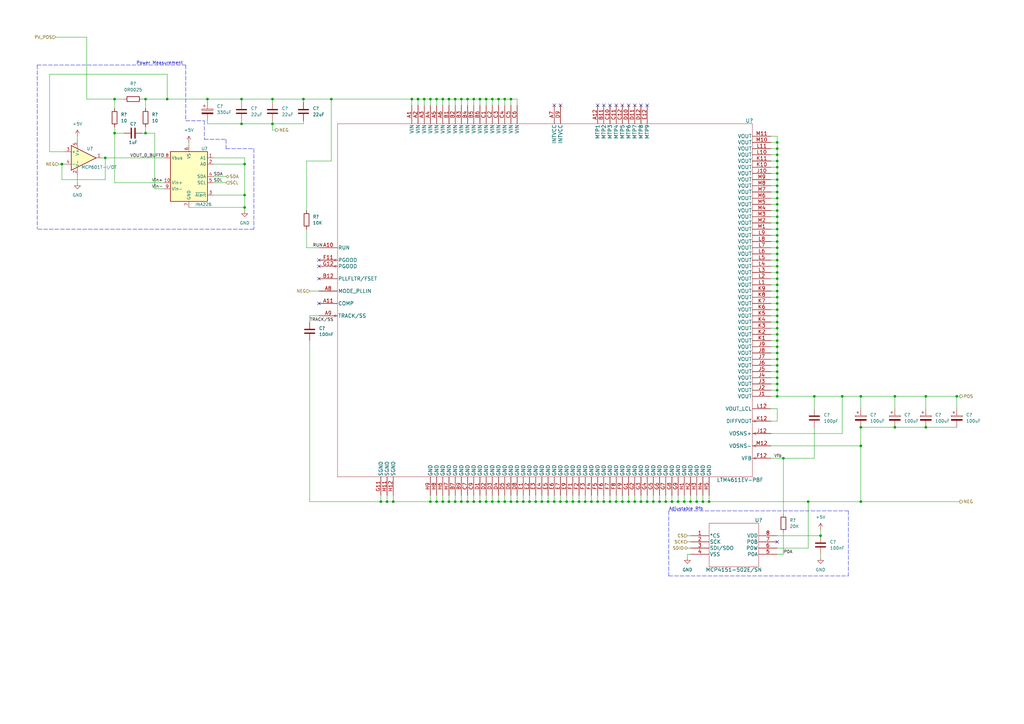
<source format=kicad_sch>
(kicad_sch (version 20211123) (generator eeschema)
  (paper "A3")
  (lib_symbols
    (symbol "Amplifier_Operational:MCP601-xOT" (pin_names (offset 0.127))
      (property "Reference" "U" (at -1.27 6.35 0))
      (property "Value" "MCP601-xOT" (at -1.27 3.81 0))
      (symbol "MCP601-xOT_0_1"
        (polyline (pts (xy -5.08 5.08) (xy 5.08 0) (xy -5.08 -5.08) (xy -5.08 5.08)) (stroke (width 0.254)) (fill (type background)))
        (pin power_in line (at -2.54 -7.62 90) (length 3.81) (name "V-") (number "2"))
        (pin power_in line (at -2.54 7.62 270) (length 3.81) (name "V+") (number "5"))
      )
      (symbol "MCP601-xOT_1_1"
        (pin output line (at 7.62 0 180) (length 2.54) (name "~") (number "1"))
        (pin input line (at -7.62 2.54 0) (length 2.54) (name "+") (number "3"))
        (pin input line (at -7.62 -2.54 0) (length 2.54) (name "-") (number "4"))
      )
    )
    (symbol "Analog_ADC:INA226"
      (property "Reference" "U" (at -6.35 11.43 0))
      (property "Value" "INA226" (at 3.81 11.43 0))
      (symbol "INA226_0_1"
        (rectangle (start 7.62 10.16) (end -7.62 -10.16) (stroke (width 0.254)) (fill (type background)))
      )
      (symbol "INA226_1_1"
        (pin input line (at 10.16 7.62 180) (length 2.54) (name "A1") (number "1"))
        (pin input line (at -10.16 -2.54 0) (length 2.54) (name "Vin+") (number "10"))
        (pin input line (at 10.16 5.08 180) (length 2.54) (name "A0") (number "2"))
        (pin open_collector line (at 10.16 -7.62 180) (length 2.54) (name "~{Alert}") (number "3"))
        (pin bidirectional line (at 10.16 0 180) (length 2.54) (name "SDA") (number "4"))
        (pin input line (at 10.16 -2.54 180) (length 2.54) (name "SCL") (number "5"))
        (pin power_in line (at 0 12.7 270) (length 2.54) (name "VS") (number "6"))
        (pin power_in line (at 0 -12.7 90) (length 2.54) (name "GND") (number "7"))
        (pin input line (at -10.16 7.62 0) (length 2.54) (name "Vbus") (number "8"))
        (pin input line (at -10.16 -5.08 0) (length 2.54) (name "Vin-") (number "9"))
      )
    )
    (symbol "Device:C" (pin_numbers hide) (pin_names (offset 0.254))
      (property "Reference" "C" (at 0.635 2.54 0))
      (property "Value" "C" (at 0.635 -2.54 0))
      (symbol "C_0_1"
        (polyline (pts (xy -2.032 -0.762) (xy 2.032 -0.762)) (stroke (width 0.508)))
        (polyline (pts (xy -2.032 0.762) (xy 2.032 0.762)) (stroke (width 0.508)))
      )
      (symbol "C_1_1"
        (pin passive line (at 0 3.81 270) (length 2.794) (name "~") (number "1"))
        (pin passive line (at 0 -3.81 90) (length 2.794) (name "~") (number "2"))
      )
    )
    (symbol "Device:C_Polarized" (pin_numbers hide) (pin_names (offset 0.254))
      (property "Reference" "C" (at 0.635 2.54 0))
      (property "Value" "C_Polarized" (at 0.635 -2.54 0))
      (symbol "C_Polarized_0_1"
        (rectangle (start -2.286 0.508) (end 2.286 1.016))
        (polyline (pts (xy -1.778 2.286) (xy -0.762 2.286)))
        (polyline (pts (xy -1.27 2.794) (xy -1.27 1.778)))
        (rectangle (start 2.286 -0.508) (end -2.286 -1.016) (fill (type outline)))
      )
      (symbol "C_Polarized_1_1"
        (pin passive line (at 0 3.81 270) (length 2.794) (name "~") (number "1"))
        (pin passive line (at 0 -3.81 90) (length 2.794) (name "~") (number "2"))
      )
    )
    (symbol "Device:R" (pin_numbers hide) (pin_names (offset 0))
      (property "Reference" "R" (at 2.032 0 90))
      (property "Value" "R" (at 0 0 90))
      (symbol "R_0_1"
        (rectangle (start -1.016 -2.54) (end 1.016 2.54) (stroke (width 0.254)))
      )
      (symbol "R_1_1"
        (pin passive line (at 0 3.81 270) (length 1.27) (name "~") (number "1"))
        (pin passive line (at 0 -3.81 90) (length 1.27) (name "~") (number "2"))
      )
    )
    (symbol "LTM4611EV:LTM4611EV-PBF" (pin_names (offset 0.254))
      (property "Reference" "U" (at 7.62 55.88 0))
      (property "Value" "LTM4611EV-PBF" (at 7.62 53.34 0))
      (symbol "LTM4611EV-PBF_1_1"
        (polyline (pts (xy 7.112 -28.448) (xy 6.0452 -27.94)) (stroke (width 0.127)))
        (polyline (pts (xy 7.112 -27.432) (xy 6.0452 -27.94)) (stroke (width 0.127)))
        (polyline (pts (xy 7.112 -8.128) (xy 6.0452 -7.62)) (stroke (width 0.127)))
        (polyline (pts (xy 7.112 -7.112) (xy 6.0452 -7.62)) (stroke (width 0.127)))
        (polyline (pts (xy 7.112 -5.588) (xy 6.0452 -5.08)) (stroke (width 0.127)))
        (polyline (pts (xy 7.112 -4.572) (xy 6.0452 -5.08)) (stroke (width 0.127)))
        (polyline (pts (xy 7.62 -93.98) (xy 177.8 -93.98)) (stroke (width 0.127)))
        (polyline (pts (xy 7.62 50.8) (xy 7.62 -93.98)) (stroke (width 0.127)))
        (polyline (pts (xy 177.8 -93.98) (xy 177.8 50.8)) (stroke (width 0.127)))
        (polyline (pts (xy 177.8 50.8) (xy 7.62 50.8)) (stroke (width 0.127)))
        (polyline (pts (xy 178.308 -86.36) (xy 179.3748 -86.868)) (stroke (width 0.127)))
        (polyline (pts (xy 178.308 -86.36) (xy 179.3748 -85.852)) (stroke (width 0.127)))
        (polyline (pts (xy 178.308 -81.28) (xy 179.3748 -81.788)) (stroke (width 0.127)))
        (polyline (pts (xy 178.308 -81.28) (xy 179.3748 -80.772)) (stroke (width 0.127)))
        (polyline (pts (xy 178.308 -76.2) (xy 179.3748 -76.708)) (stroke (width 0.127)))
        (polyline (pts (xy 178.308 -76.2) (xy 179.3748 -75.692)) (stroke (width 0.127)))
        (polyline (pts (xy 178.308 -71.628) (xy 179.3748 -71.12)) (stroke (width 0.127)))
        (polyline (pts (xy 178.308 -70.612) (xy 179.3748 -71.12)) (stroke (width 0.127)))
        (pin power_in line (at 38.1 58.42 270) (length 7.62) (name "VIN") (number "A1"))
        (pin unspecified line (at 0 0 0) (length 7.62) (name "RUN") (number "A10"))
        (pin unspecified line (at 0 -22.86 0) (length 7.62) (name "COMP") (number "A11"))
        (pin unspecified line (at 114.3 58.42 270) (length 7.62) (name "MTP1") (number "A12"))
        (pin power_in line (at 40.64 58.42 270) (length 7.62) (name "VIN") (number "A2"))
        (pin power_in line (at 43.18 58.42 270) (length 7.62) (name "VIN") (number "A3"))
        (pin power_in line (at 45.72 58.42 270) (length 7.62) (name "VIN") (number "A4"))
        (pin power_in line (at 48.26 58.42 270) (length 7.62) (name "VIN") (number "A5"))
        (pin power_in line (at 50.8 58.42 270) (length 7.62) (name "VIN") (number "A6"))
        (pin power_in line (at 96.52 58.42 270) (length 7.62) (name "INTVCC") (number "A7"))
        (pin unspecified line (at 0 -17.78 0) (length 7.62) (name "MODE_PLLIN") (number "A8"))
        (pin output line (at 0 -27.94 0) (length 7.62) (name "TRACK/SS") (number "A9"))
        (pin power_in line (at 53.34 58.42 270) (length 7.62) (name "VIN") (number "B1"))
        (pin unspecified line (at 116.84 58.42 270) (length 7.62) (name "MTP2") (number "B11"))
        (pin unspecified line (at 0 -12.7 0) (length 7.62) (name "PLLFLTR/FSET") (number "B12"))
        (pin power_in line (at 55.88 58.42 270) (length 7.62) (name "VIN") (number "B2"))
        (pin power_in line (at 58.42 58.42 270) (length 7.62) (name "VIN") (number "B3"))
        (pin power_in line (at 60.96 58.42 270) (length 7.62) (name "VIN") (number "B4"))
        (pin power_in line (at 63.5 58.42 270) (length 7.62) (name "VIN") (number "B5"))
        (pin power_in line (at 66.04 58.42 270) (length 7.62) (name "VIN") (number "B6"))
        (pin power_in line (at 55.88 -101.6 90) (length 7.62) (name "GND") (number "B7"))
        (pin power_in line (at 58.42 -101.6 90) (length 7.62) (name "GND") (number "B9"))
        (pin power_in line (at 68.58 58.42 270) (length 7.62) (name "VIN") (number "C1"))
        (pin unspecified line (at 119.38 58.42 270) (length 7.62) (name "MTP3") (number "C10"))
        (pin unspecified line (at 121.92 58.42 270) (length 7.62) (name "MTP4") (number "C11"))
        (pin unspecified line (at 124.46 58.42 270) (length 7.62) (name "MTP5") (number "C12"))
        (pin power_in line (at 71.12 58.42 270) (length 7.62) (name "VIN") (number "C2"))
        (pin power_in line (at 73.66 58.42 270) (length 7.62) (name "VIN") (number "C3"))
        (pin power_in line (at 76.2 58.42 270) (length 7.62) (name "VIN") (number "C4"))
        (pin power_in line (at 78.74 58.42 270) (length 7.62) (name "VIN") (number "C5"))
        (pin power_in line (at 81.28 58.42 270) (length 7.62) (name "VIN") (number "C6"))
        (pin power_in line (at 60.96 -101.6 90) (length 7.62) (name "GND") (number "C7"))
        (pin power_in line (at 63.5 -101.6 90) (length 7.62) (name "GND") (number "C9"))
        (pin power_in line (at 66.04 -101.6 90) (length 7.62) (name "GND") (number "D1"))
        (pin unspecified line (at 127 58.42 270) (length 7.62) (name "MTP6") (number "D10"))
        (pin unspecified line (at 129.54 58.42 270) (length 7.62) (name "MTP7") (number "D11"))
        (pin unspecified line (at 132.08 58.42 270) (length 7.62) (name "MTP8") (number "D12"))
        (pin power_in line (at 68.58 -101.6 90) (length 7.62) (name "GND") (number "D2"))
        (pin power_in line (at 71.12 -101.6 90) (length 7.62) (name "GND") (number "D3"))
        (pin power_in line (at 73.66 -101.6 90) (length 7.62) (name "GND") (number "D4"))
        (pin power_in line (at 76.2 -101.6 90) (length 7.62) (name "GND") (number "D5"))
        (pin power_in line (at 78.74 -101.6 90) (length 7.62) (name "GND") (number "D6"))
        (pin power_in line (at 81.28 -101.6 90) (length 7.62) (name "GND") (number "D8"))
        (pin power_in line (at 99.06 58.42 270) (length 7.62) (name "INTVCC") (number "D9"))
        (pin power_in line (at 83.82 -101.6 90) (length 7.62) (name "GND") (number "E1"))
        (pin unspecified line (at 134.62 58.42 270) (length 7.62) (name "MTP9") (number "E12"))
        (pin power_in line (at 86.36 -101.6 90) (length 7.62) (name "GND") (number "E2"))
        (pin power_in line (at 88.9 -101.6 90) (length 7.62) (name "GND") (number "E3"))
        (pin power_in line (at 91.44 -101.6 90) (length 7.62) (name "GND") (number "E4"))
        (pin power_in line (at 93.98 -101.6 90) (length 7.62) (name "GND") (number "E5"))
        (pin power_in line (at 96.52 -101.6 90) (length 7.62) (name "GND") (number "E6"))
        (pin power_in line (at 99.06 -101.6 90) (length 7.62) (name "GND") (number "E7"))
        (pin power_in line (at 101.6 -101.6 90) (length 7.62) (name "GND") (number "E9"))
        (pin power_in line (at 104.14 -101.6 90) (length 7.62) (name "GND") (number "F1"))
        (pin output line (at 0 -5.08 0) (length 7.62) (name "PGOOD") (number "F11"))
        (pin input line (at 185.42 -86.36 180) (length 7.62) (name "VFB") (number "F12"))
        (pin power_in line (at 106.68 -101.6 90) (length 7.62) (name "GND") (number "F2"))
        (pin power_in line (at 109.22 -101.6 90) (length 7.62) (name "GND") (number "F3"))
        (pin power_in line (at 111.76 -101.6 90) (length 7.62) (name "GND") (number "F4"))
        (pin power_in line (at 114.3 -101.6 90) (length 7.62) (name "GND") (number "F5"))
        (pin power_in line (at 116.84 -101.6 90) (length 7.62) (name "GND") (number "F6"))
        (pin power_in line (at 119.38 -101.6 90) (length 7.62) (name "GND") (number "F7"))
        (pin power_in line (at 121.92 -101.6 90) (length 7.62) (name "GND") (number "F8"))
        (pin power_in line (at 124.46 -101.6 90) (length 7.62) (name "GND") (number "F9"))
        (pin power_in line (at 127 -101.6 90) (length 7.62) (name "GND") (number "G1"))
        (pin power_in line (at 25.4 -101.6 90) (length 7.62) (name "SGND") (number "G11"))
        (pin output line (at 0 -7.62 0) (length 7.62) (name "PGOOD") (number "G12"))
        (pin power_in line (at 129.54 -101.6 90) (length 7.62) (name "GND") (number "G2"))
        (pin power_in line (at 132.08 -101.6 90) (length 7.62) (name "GND") (number "G3"))
        (pin power_in line (at 134.62 -101.6 90) (length 7.62) (name "GND") (number "G4"))
        (pin power_in line (at 137.16 -101.6 90) (length 7.62) (name "GND") (number "G5"))
        (pin power_in line (at 139.7 -101.6 90) (length 7.62) (name "GND") (number "G6"))
        (pin power_in line (at 142.24 -101.6 90) (length 7.62) (name "GND") (number "G7"))
        (pin power_in line (at 144.78 -101.6 90) (length 7.62) (name "GND") (number "G8"))
        (pin power_in line (at 147.32 -101.6 90) (length 7.62) (name "GND") (number "G9"))
        (pin power_in line (at 149.86 -101.6 90) (length 7.62) (name "GND") (number "H1"))
        (pin power_in line (at 27.94 -101.6 90) (length 7.62) (name "SGND") (number "H11"))
        (pin power_in line (at 30.48 -101.6 90) (length 7.62) (name "SGND") (number "H12"))
        (pin power_in line (at 152.4 -101.6 90) (length 7.62) (name "GND") (number "H2"))
        (pin power_in line (at 154.94 -101.6 90) (length 7.62) (name "GND") (number "H3"))
        (pin power_in line (at 157.48 -101.6 90) (length 7.62) (name "GND") (number "H4"))
        (pin power_in line (at 160.02 -101.6 90) (length 7.62) (name "GND") (number "H5"))
        (pin power_in line (at 50.8 -101.6 90) (length 7.62) (name "GND") (number "H6"))
        (pin power_in line (at 53.34 -101.6 90) (length 7.62) (name "GND") (number "H7"))
        (pin power_in line (at 48.26 -101.6 90) (length 7.62) (name "GND") (number "H8"))
        (pin power_in line (at 45.72 -101.6 90) (length 7.62) (name "GND") (number "H9"))
        (pin power_in line (at 185.42 -60.96 180) (length 7.62) (name "VOUT") (number "J1"))
        (pin power_in line (at 185.42 30.48 180) (length 7.62) (name "VOUT") (number "J10"))
        (pin input line (at 185.42 -76.2 180) (length 7.62) (name "VOSNS+") (number "J12"))
        (pin power_in line (at 185.42 -58.42 180) (length 7.62) (name "VOUT") (number "J2"))
        (pin power_in line (at 185.42 -55.88 180) (length 7.62) (name "VOUT") (number "J3"))
        (pin power_in line (at 185.42 -53.34 180) (length 7.62) (name "VOUT") (number "J4"))
        (pin power_in line (at 185.42 -50.8 180) (length 7.62) (name "VOUT") (number "J5"))
        (pin power_in line (at 185.42 -48.26 180) (length 7.62) (name "VOUT") (number "J6"))
        (pin power_in line (at 185.42 -45.72 180) (length 7.62) (name "VOUT") (number "J7"))
        (pin power_in line (at 185.42 -43.18 180) (length 7.62) (name "VOUT") (number "J8"))
        (pin power_in line (at 185.42 -40.64 180) (length 7.62) (name "VOUT") (number "J9"))
        (pin power_in line (at 185.42 -38.1 180) (length 7.62) (name "VOUT") (number "K1"))
        (pin power_in line (at 185.42 33.02 180) (length 7.62) (name "VOUT") (number "K10"))
        (pin power_in line (at 185.42 35.56 180) (length 7.62) (name "VOUT") (number "K11"))
        (pin output line (at 185.42 -71.12 180) (length 7.62) (name "DIFFVOUT") (number "K12"))
        (pin power_in line (at 185.42 -35.56 180) (length 7.62) (name "VOUT") (number "K2"))
        (pin power_in line (at 185.42 -33.02 180) (length 7.62) (name "VOUT") (number "K3"))
        (pin power_in line (at 185.42 -30.48 180) (length 7.62) (name "VOUT") (number "K4"))
        (pin power_in line (at 185.42 -27.94 180) (length 7.62) (name "VOUT") (number "K5"))
        (pin power_in line (at 185.42 -25.4 180) (length 7.62) (name "VOUT") (number "K6"))
        (pin power_in line (at 185.42 -22.86 180) (length 7.62) (name "VOUT") (number "K7"))
        (pin power_in line (at 185.42 -20.32 180) (length 7.62) (name "VOUT") (number "K8"))
        (pin power_in line (at 185.42 -17.78 180) (length 7.62) (name "VOUT") (number "K9"))
        (pin power_in line (at 185.42 -15.24 180) (length 7.62) (name "VOUT") (number "L1"))
        (pin power_in line (at 185.42 38.1 180) (length 7.62) (name "VOUT") (number "L10"))
        (pin power_in line (at 185.42 40.64 180) (length 7.62) (name "VOUT") (number "L11"))
        (pin power_in line (at 185.42 -66.04 180) (length 7.62) (name "VOUT_LCL") (number "L12"))
        (pin power_in line (at 185.42 -12.7 180) (length 7.62) (name "VOUT") (number "L2"))
        (pin power_in line (at 185.42 -10.16 180) (length 7.62) (name "VOUT") (number "L3"))
        (pin power_in line (at 185.42 -7.62 180) (length 7.62) (name "VOUT") (number "L4"))
        (pin power_in line (at 185.42 -5.08 180) (length 7.62) (name "VOUT") (number "L5"))
        (pin power_in line (at 185.42 -2.54 180) (length 7.62) (name "VOUT") (number "L6"))
        (pin power_in line (at 185.42 0 180) (length 7.62) (name "VOUT") (number "L7"))
        (pin power_in line (at 185.42 2.54 180) (length 7.62) (name "VOUT") (number "L8"))
        (pin power_in line (at 185.42 5.08 180) (length 7.62) (name "VOUT") (number "L9"))
        (pin power_in line (at 185.42 7.62 180) (length 7.62) (name "VOUT") (number "M1"))
        (pin power_in line (at 185.42 43.18 180) (length 7.62) (name "VOUT") (number "M10"))
        (pin power_in line (at 185.42 45.72 180) (length 7.62) (name "VOUT") (number "M11"))
        (pin input line (at 185.42 -81.28 180) (length 7.62) (name "VOSNS-") (number "M12"))
        (pin power_in line (at 185.42 10.16 180) (length 7.62) (name "VOUT") (number "M2"))
        (pin power_in line (at 185.42 12.7 180) (length 7.62) (name "VOUT") (number "M3"))
        (pin power_in line (at 185.42 15.24 180) (length 7.62) (name "VOUT") (number "M4"))
        (pin power_in line (at 185.42 17.78 180) (length 7.62) (name "VOUT") (number "M5"))
        (pin power_in line (at 185.42 20.32 180) (length 7.62) (name "VOUT") (number "M6"))
        (pin power_in line (at 185.42 22.86 180) (length 7.62) (name "VOUT") (number "M7"))
        (pin power_in line (at 185.42 25.4 180) (length 7.62) (name "VOUT") (number "M8"))
        (pin power_in line (at 185.42 27.94 180) (length 7.62) (name "VOUT") (number "M9"))
      )
    )
    (symbol "MCP4151:MCP4151-502E{slash}SN" (pin_names (offset 0.254))
      (property "Reference" "U?" (at 48.26 11.43 0))
      (property "Value" "MCP4151-502E/SN" (at 48.26 7.62 0))
      (symbol "MCP4151-502E{slash}SN_1_1"
        (polyline (pts (xy 38.1 -12.7) (xy 58.42 -12.7)) (stroke (width 0.127)))
        (polyline (pts (xy 38.1 5.08) (xy 38.1 -12.7)) (stroke (width 0.127)))
        (polyline (pts (xy 58.42 -12.7) (xy 58.42 5.08)) (stroke (width 0.127)))
        (polyline (pts (xy 58.42 5.08) (xy 38.1 5.08)) (stroke (width 0.127)))
        (pin unspecified line (at 30.48 0 0) (length 7.62) (name "*CS") (number "1"))
        (pin unspecified line (at 30.48 -2.54 0) (length 7.62) (name "SCK") (number "2"))
        (pin unspecified line (at 30.48 -5.08 0) (length 7.62) (name "SDI/SDO") (number "3"))
        (pin unspecified line (at 30.48 -7.62 0) (length 7.62) (name "VSS") (number "4"))
        (pin unspecified line (at 66.04 -7.62 180) (length 7.62) (name "P0A") (number "5"))
        (pin unspecified line (at 66.04 -5.08 180) (length 7.62) (name "P0W") (number "6"))
        (pin unspecified line (at 66.04 -2.54 180) (length 7.62) (name "P0B") (number "7"))
        (pin unspecified line (at 66.04 0 180) (length 7.62) (name "VDD") (number "8"))
      )
    )
    (symbol "power:+5V" (power) (pin_names (offset 0))
      (property "Value" "+5V" (at 0 3.556 0))
      (symbol "+5V_0_1"
        (polyline (pts (xy -0.762 1.27) (xy 0 2.54)))
        (polyline (pts (xy 0 0) (xy 0 2.54)))
        (polyline (pts (xy 0 2.54) (xy 0.762 1.27)))
      )
      (symbol "+5V_1_1"
        (pin power_in line (at 0 0 90) (length 0) hide (name "+5V") (number "1"))
      )
    )
    (symbol "power:GND" (power) (pin_names (offset 0))
      (property "Value" "GND" (at 0 -3.81 0))
      (symbol "GND_0_1"
        (polyline (pts (xy 0 0) (xy 0 -1.27) (xy 1.27 -1.27) (xy 0 -2.54) (xy -1.27 -1.27) (xy 0 -1.27)))
      )
      (symbol "GND_1_1"
        (pin power_in line (at 0 0 270) (length 0) hide (name "GND") (number "1"))
      )
    )
  )
  (junction (at 290.83 205.74))
  (junction (at 318.77 134.62))
  (junction (at 345.44 162.56))
  (junction (at 318.77 63.5))
  (junction (at 318.77 147.32))
  (junction (at 201.93 40.64))
  (junction (at 318.77 144.78))
  (junction (at 158.75 205.74))
  (junction (at 196.85 205.74))
  (junction (at 124.46 40.64))
  (junction (at 318.77 91.44))
  (junction (at 196.85 40.64))
  (junction (at 379.73 175.26))
  (junction (at 318.77 149.86))
  (junction (at 257.81 205.74))
  (junction (at 318.77 93.98))
  (junction (at 176.53 40.64))
  (junction (at 318.77 162.56))
  (junction (at 318.77 106.68))
  (junction (at 318.77 157.48))
  (junction (at 318.77 71.12))
  (junction (at 186.69 205.74))
  (junction (at 156.21 205.74))
  (junction (at 168.91 40.64))
  (junction (at 240.03 205.74))
  (junction (at 336.55 219.71))
  (junction (at 189.23 205.74))
  (junction (at 265.43 205.74))
  (junction (at 318.77 66.04))
  (junction (at 199.39 205.74))
  (junction (at 194.31 40.64))
  (junction (at 318.77 132.08))
  (junction (at 214.63 205.74))
  (junction (at 207.01 205.74))
  (junction (at 318.77 58.42))
  (junction (at 250.19 205.74))
  (junction (at 318.77 83.82))
  (junction (at 212.09 205.74))
  (junction (at 318.77 68.58))
  (junction (at 179.07 40.64))
  (junction (at 318.77 116.84))
  (junction (at 227.33 205.74))
  (junction (at 318.77 114.3))
  (junction (at 318.77 127))
  (junction (at 217.17 205.74))
  (junction (at 318.77 76.2))
  (junction (at 318.77 86.36))
  (junction (at 353.06 182.88))
  (junction (at 135.89 40.64))
  (junction (at 229.87 205.74))
  (junction (at 318.77 104.14))
  (junction (at 161.29 205.74))
  (junction (at 219.71 205.74))
  (junction (at 245.11 205.74))
  (junction (at 283.21 205.74))
  (junction (at 318.77 111.76))
  (junction (at 184.15 205.74))
  (junction (at 267.97 205.74))
  (junction (at 367.03 175.26))
  (junction (at 209.55 40.64))
  (junction (at 111.76 40.64))
  (junction (at 247.65 205.74))
  (junction (at 59.69 40.64))
  (junction (at 189.23 40.64))
  (junction (at 318.77 124.46))
  (junction (at 181.61 205.74))
  (junction (at 270.51 205.74))
  (junction (at 99.06 50.8))
  (junction (at 237.49 205.74))
  (junction (at 318.77 121.92))
  (junction (at 331.47 205.74))
  (junction (at 186.69 40.64))
  (junction (at 46.99 40.64))
  (junction (at 204.47 40.64))
  (junction (at 232.41 205.74))
  (junction (at 318.77 137.16))
  (junction (at 234.95 205.74))
  (junction (at 199.39 40.64))
  (junction (at 275.59 205.74))
  (junction (at 181.61 40.64))
  (junction (at 204.47 205.74))
  (junction (at 318.77 101.6))
  (junction (at 318.77 119.38))
  (junction (at 260.35 205.74))
  (junction (at 43.18 64.77))
  (junction (at 288.29 205.74))
  (junction (at 191.77 205.74))
  (junction (at 68.58 40.64))
  (junction (at 334.01 162.56))
  (junction (at 179.07 205.74))
  (junction (at 318.77 88.9))
  (junction (at 353.06 175.26))
  (junction (at 209.55 205.74))
  (junction (at 318.77 160.02))
  (junction (at 171.45 40.64))
  (junction (at 100.33 85.09))
  (junction (at 222.25 205.74))
  (junction (at 367.03 162.56))
  (junction (at 100.33 67.31))
  (junction (at 318.77 60.96))
  (junction (at 242.57 205.74))
  (junction (at 321.31 187.96))
  (junction (at 392.43 162.56))
  (junction (at 176.53 205.74))
  (junction (at 252.73 205.74))
  (junction (at 99.06 40.64))
  (junction (at 318.77 129.54))
  (junction (at 100.33 80.01))
  (junction (at 85.09 40.64))
  (junction (at 173.99 40.64))
  (junction (at 318.77 139.7))
  (junction (at 318.77 81.28))
  (junction (at 318.77 99.06))
  (junction (at 184.15 40.64))
  (junction (at 318.77 109.22))
  (junction (at 111.76 50.8))
  (junction (at 318.77 154.94))
  (junction (at 353.06 205.74))
  (junction (at 194.31 205.74))
  (junction (at 59.69 54.61))
  (junction (at 318.77 78.74))
  (junction (at 25.4 67.31))
  (junction (at 191.77 40.64))
  (junction (at 201.93 205.74))
  (junction (at 353.06 162.56))
  (junction (at 273.05 205.74))
  (junction (at 207.01 40.64))
  (junction (at 262.89 205.74))
  (junction (at 318.77 73.66))
  (junction (at 255.27 205.74))
  (junction (at 285.75 205.74))
  (junction (at 280.67 205.74))
  (junction (at 318.77 142.24))
  (junction (at 278.13 205.74))
  (junction (at 46.99 54.61))
  (junction (at 318.77 152.4))
  (junction (at 379.73 162.56))
  (junction (at 318.77 96.52))
  (junction (at 224.79 205.74))
  (no_connect (at 257.81 43.18))
  (no_connect (at 130.81 114.3))
  (no_connect (at 227.33 43.18))
  (no_connect (at 260.35 43.18))
  (no_connect (at 252.73 43.18))
  (no_connect (at 130.81 109.22))
  (no_connect (at 247.65 43.18))
  (no_connect (at 255.27 43.18))
  (no_connect (at 265.43 43.18))
  (no_connect (at 229.87 43.18))
  (no_connect (at 262.89 43.18))
  (no_connect (at 245.11 43.18))
  (no_connect (at 250.19 43.18))
  (no_connect (at 130.81 106.68))
  (no_connect (at 318.77 222.25))
  (no_connect (at 130.81 124.46))
  (wire (pts (xy 186.69 40.64) (xy 189.23 40.64)))
  (wire (pts (xy 353.06 205.74) (xy 393.7 205.74)))
  (wire (pts (xy 318.77 101.6) (xy 318.77 104.14)))
  (wire (pts (xy 260.35 203.2) (xy 260.35 205.74)))
  (wire (pts (xy 31.75 55.88) (xy 31.75 57.15)))
  (wire (pts (xy 281.94 222.25) (xy 283.21 222.25)))
  (wire (pts (xy 43.18 64.77) (xy 67.31 64.77)))
  (wire (pts (xy 321.31 187.96) (xy 334.01 187.96)))
  (wire (pts (xy 125.73 101.6) (xy 130.81 101.6)))
  (wire (pts (xy 318.77 142.24) (xy 318.77 144.78)))
  (polyline (pts (xy 347.98 209.55) (xy 347.98 236.22)))
  (wire (pts (xy 318.77 111.76) (xy 318.77 114.3)))
  (wire (pts (xy 85.09 49.53) (xy 85.09 50.8)))
  (wire (pts (xy 316.23 99.06) (xy 318.77 99.06)))
  (wire (pts (xy 161.29 205.74) (xy 158.75 205.74)))
  (wire (pts (xy 367.03 175.26) (xy 379.73 175.26)))
  (wire (pts (xy 237.49 203.2) (xy 237.49 205.74)))
  (wire (pts (xy 252.73 203.2) (xy 252.73 205.74)))
  (wire (pts (xy 100.33 80.01) (xy 100.33 85.09)))
  (wire (pts (xy 181.61 205.74) (xy 184.15 205.74)))
  (wire (pts (xy 194.31 40.64) (xy 194.31 43.18)))
  (wire (pts (xy 46.99 40.64) (xy 46.99 44.45)))
  (wire (pts (xy 207.01 40.64) (xy 207.01 43.18)))
  (wire (pts (xy 161.29 203.2) (xy 161.29 205.74)))
  (wire (pts (xy 63.5 54.61) (xy 63.5 77.47)))
  (wire (pts (xy 207.01 40.64) (xy 209.55 40.64)))
  (wire (pts (xy 68.58 30.48) (xy 20.32 30.48)))
  (wire (pts (xy 209.55 40.64) (xy 209.55 43.18)))
  (wire (pts (xy 334.01 175.26) (xy 334.01 187.96)))
  (wire (pts (xy 237.49 205.74) (xy 240.03 205.74)))
  (wire (pts (xy 176.53 40.64) (xy 176.53 43.18)))
  (wire (pts (xy 201.93 40.64) (xy 204.47 40.64)))
  (wire (pts (xy 318.77 99.06) (xy 318.77 101.6)))
  (wire (pts (xy 318.77 224.79) (xy 331.47 224.79)))
  (wire (pts (xy 318.77 58.42) (xy 318.77 60.96)))
  (wire (pts (xy 353.06 162.56) (xy 367.03 162.56)))
  (wire (pts (xy 281.94 224.79) (xy 283.21 224.79)))
  (wire (pts (xy 316.23 73.66) (xy 318.77 73.66)))
  (wire (pts (xy 212.09 205.74) (xy 214.63 205.74)))
  (wire (pts (xy 171.45 40.64) (xy 173.99 40.64)))
  (wire (pts (xy 316.23 76.2) (xy 318.77 76.2)))
  (wire (pts (xy 25.4 73.66) (xy 43.18 73.66)))
  (wire (pts (xy 199.39 203.2) (xy 199.39 205.74)))
  (wire (pts (xy 204.47 40.64) (xy 204.47 43.18)))
  (wire (pts (xy 318.77 78.74) (xy 318.77 81.28)))
  (wire (pts (xy 196.85 203.2) (xy 196.85 205.74)))
  (wire (pts (xy 194.31 40.64) (xy 196.85 40.64)))
  (wire (pts (xy 247.65 203.2) (xy 247.65 205.74)))
  (wire (pts (xy 316.23 58.42) (xy 318.77 58.42)))
  (polyline (pts (xy 92.71 57.15) (xy 92.71 60.96)))
  (wire (pts (xy 318.77 157.48) (xy 318.77 160.02)))
  (wire (pts (xy 189.23 40.64) (xy 189.23 43.18)))
  (wire (pts (xy 281.94 227.33) (xy 283.21 227.33)))
  (wire (pts (xy 288.29 203.2) (xy 288.29 205.74)))
  (wire (pts (xy 111.76 49.53) (xy 111.76 50.8)))
  (wire (pts (xy 318.77 86.36) (xy 318.77 88.9)))
  (wire (pts (xy 318.77 60.96) (xy 318.77 63.5)))
  (wire (pts (xy 285.75 203.2) (xy 285.75 205.74)))
  (wire (pts (xy 331.47 224.79) (xy 331.47 205.74)))
  (wire (pts (xy 189.23 205.74) (xy 191.77 205.74)))
  (wire (pts (xy 318.77 134.62) (xy 318.77 137.16)))
  (wire (pts (xy 224.79 203.2) (xy 224.79 205.74)))
  (polyline (pts (xy 104.14 60.96) (xy 104.14 93.98)))
  (polyline (pts (xy 92.71 60.96) (xy 104.14 60.96)))
  (wire (pts (xy 250.19 205.74) (xy 252.73 205.74)))
  (wire (pts (xy 59.69 40.64) (xy 68.58 40.64)))
  (wire (pts (xy 318.77 139.7) (xy 318.77 142.24)))
  (wire (pts (xy 176.53 203.2) (xy 176.53 205.74)))
  (wire (pts (xy 316.23 172.72) (xy 318.77 172.72)))
  (wire (pts (xy 68.58 40.64) (xy 85.09 40.64)))
  (wire (pts (xy 318.77 55.88) (xy 318.77 58.42)))
  (wire (pts (xy 58.42 40.64) (xy 59.69 40.64)))
  (wire (pts (xy 318.77 162.56) (xy 316.23 162.56)))
  (wire (pts (xy 204.47 203.2) (xy 204.47 205.74)))
  (wire (pts (xy 318.77 152.4) (xy 318.77 154.94)))
  (wire (pts (xy 158.75 205.74) (xy 156.21 205.74)))
  (wire (pts (xy 196.85 40.64) (xy 196.85 43.18)))
  (wire (pts (xy 316.23 134.62) (xy 318.77 134.62)))
  (wire (pts (xy 125.73 93.98) (xy 125.73 101.6)))
  (wire (pts (xy 127 119.38) (xy 130.81 119.38)))
  (wire (pts (xy 191.77 205.74) (xy 194.31 205.74)))
  (wire (pts (xy 255.27 203.2) (xy 255.27 205.74)))
  (wire (pts (xy 278.13 203.2) (xy 278.13 205.74)))
  (wire (pts (xy 290.83 205.74) (xy 331.47 205.74)))
  (wire (pts (xy 35.56 40.64) (xy 46.99 40.64)))
  (wire (pts (xy 379.73 175.26) (xy 392.43 175.26)))
  (wire (pts (xy 219.71 203.2) (xy 219.71 205.74)))
  (wire (pts (xy 316.23 147.32) (xy 318.77 147.32)))
  (wire (pts (xy 194.31 205.74) (xy 196.85 205.74)))
  (wire (pts (xy 318.77 121.92) (xy 318.77 124.46)))
  (wire (pts (xy 379.73 162.56) (xy 392.43 162.56)))
  (wire (pts (xy 204.47 40.64) (xy 207.01 40.64)))
  (wire (pts (xy 25.4 67.31) (xy 26.67 67.31)))
  (wire (pts (xy 331.47 205.74) (xy 353.06 205.74)))
  (wire (pts (xy 196.85 40.64) (xy 199.39 40.64)))
  (wire (pts (xy 171.45 40.64) (xy 171.45 43.18)))
  (wire (pts (xy 207.01 203.2) (xy 207.01 205.74)))
  (wire (pts (xy 87.63 67.31) (xy 100.33 67.31)))
  (wire (pts (xy 181.61 40.64) (xy 184.15 40.64)))
  (wire (pts (xy 181.61 40.64) (xy 181.61 43.18)))
  (wire (pts (xy 214.63 205.74) (xy 217.17 205.74)))
  (wire (pts (xy 267.97 205.74) (xy 270.51 205.74)))
  (wire (pts (xy 392.43 162.56) (xy 393.7 162.56)))
  (wire (pts (xy 316.23 63.5) (xy 318.77 63.5)))
  (wire (pts (xy 318.77 160.02) (xy 318.77 162.56)))
  (wire (pts (xy 316.23 177.8) (xy 345.44 177.8)))
  (wire (pts (xy 280.67 203.2) (xy 280.67 205.74)))
  (wire (pts (xy 186.69 205.74) (xy 189.23 205.74)))
  (wire (pts (xy 99.06 40.64) (xy 111.76 40.64)))
  (wire (pts (xy 186.69 203.2) (xy 186.69 205.74)))
  (wire (pts (xy 316.23 127) (xy 318.77 127)))
  (wire (pts (xy 316.23 60.96) (xy 318.77 60.96)))
  (wire (pts (xy 318.77 104.14) (xy 318.77 106.68)))
  (wire (pts (xy 242.57 203.2) (xy 242.57 205.74)))
  (wire (pts (xy 316.23 129.54) (xy 318.77 129.54)))
  (wire (pts (xy 87.63 74.93) (xy 92.71 74.93)))
  (wire (pts (xy 111.76 40.64) (xy 111.76 41.91)))
  (wire (pts (xy 318.77 127) (xy 318.77 129.54)))
  (polyline (pts (xy 76.2 49.53) (xy 83.82 49.53)))
  (wire (pts (xy 63.5 77.47) (xy 67.31 77.47)))
  (wire (pts (xy 318.77 81.28) (xy 318.77 83.82)))
  (wire (pts (xy 111.76 40.64) (xy 124.46 40.64)))
  (wire (pts (xy 353.06 175.26) (xy 367.03 175.26)))
  (wire (pts (xy 224.79 205.74) (xy 227.33 205.74)))
  (wire (pts (xy 257.81 203.2) (xy 257.81 205.74)))
  (wire (pts (xy 318.77 124.46) (xy 318.77 127)))
  (wire (pts (xy 234.95 205.74) (xy 237.49 205.74)))
  (wire (pts (xy 111.76 53.34) (xy 113.03 53.34)))
  (wire (pts (xy 316.23 187.96) (xy 321.31 187.96)))
  (wire (pts (xy 336.55 227.33) (xy 336.55 228.6)))
  (wire (pts (xy 316.23 144.78) (xy 318.77 144.78)))
  (wire (pts (xy 318.77 66.04) (xy 318.77 68.58)))
  (wire (pts (xy 316.23 121.92) (xy 318.77 121.92)))
  (wire (pts (xy 111.76 50.8) (xy 111.76 53.34)))
  (wire (pts (xy 240.03 203.2) (xy 240.03 205.74)))
  (wire (pts (xy 281.94 228.6) (xy 281.94 227.33)))
  (wire (pts (xy 336.55 217.17) (xy 336.55 219.71)))
  (wire (pts (xy 242.57 205.74) (xy 245.11 205.74)))
  (wire (pts (xy 318.77 106.68) (xy 318.77 109.22)))
  (wire (pts (xy 59.69 40.64) (xy 59.69 44.45)))
  (wire (pts (xy 158.75 203.2) (xy 158.75 205.74)))
  (wire (pts (xy 191.77 40.64) (xy 194.31 40.64)))
  (wire (pts (xy 280.67 205.74) (xy 283.21 205.74)))
  (wire (pts (xy 176.53 40.64) (xy 179.07 40.64)))
  (wire (pts (xy 316.23 157.48) (xy 318.77 157.48)))
  (wire (pts (xy 257.81 205.74) (xy 260.35 205.74)))
  (wire (pts (xy 316.23 142.24) (xy 318.77 142.24)))
  (wire (pts (xy 318.77 144.78) (xy 318.77 147.32)))
  (wire (pts (xy 209.55 40.64) (xy 212.09 40.64)))
  (wire (pts (xy 99.06 49.53) (xy 99.06 50.8)))
  (wire (pts (xy 186.69 40.64) (xy 186.69 43.18)))
  (polyline (pts (xy 83.82 49.53) (xy 83.82 57.15)))
  (wire (pts (xy 201.93 203.2) (xy 201.93 205.74)))
  (wire (pts (xy 316.23 101.6) (xy 318.77 101.6)))
  (wire (pts (xy 41.91 64.77) (xy 43.18 64.77)))
  (wire (pts (xy 217.17 205.74) (xy 219.71 205.74)))
  (wire (pts (xy 273.05 205.74) (xy 275.59 205.74)))
  (wire (pts (xy 316.23 132.08) (xy 318.77 132.08)))
  (wire (pts (xy 318.77 63.5) (xy 318.77 66.04)))
  (wire (pts (xy 46.99 40.64) (xy 50.8 40.64)))
  (wire (pts (xy 262.89 203.2) (xy 262.89 205.74)))
  (wire (pts (xy 46.99 52.07) (xy 46.99 54.61)))
  (wire (pts (xy 184.15 203.2) (xy 184.15 205.74)))
  (wire (pts (xy 124.46 40.64) (xy 135.89 40.64)))
  (wire (pts (xy 24.13 67.31) (xy 25.4 67.31)))
  (wire (pts (xy 77.47 85.09) (xy 100.33 85.09)))
  (wire (pts (xy 345.44 162.56) (xy 353.06 162.56)))
  (wire (pts (xy 199.39 205.74) (xy 201.93 205.74)))
  (polyline (pts (xy 76.2 26.67) (xy 76.2 49.53)))
  (wire (pts (xy 252.73 205.74) (xy 255.27 205.74)))
  (wire (pts (xy 262.89 205.74) (xy 265.43 205.74)))
  (wire (pts (xy 191.77 40.64) (xy 191.77 43.18)))
  (wire (pts (xy 125.73 86.36) (xy 125.73 66.04)))
  (wire (pts (xy 209.55 203.2) (xy 209.55 205.74)))
  (wire (pts (xy 68.58 40.64) (xy 68.58 30.48)))
  (wire (pts (xy 318.77 172.72) (xy 318.77 167.64)))
  (wire (pts (xy 245.11 203.2) (xy 245.11 205.74)))
  (wire (pts (xy 318.77 73.66) (xy 318.77 76.2)))
  (wire (pts (xy 334.01 162.56) (xy 345.44 162.56)))
  (wire (pts (xy 353.06 175.26) (xy 353.06 182.88)))
  (wire (pts (xy 316.23 119.38) (xy 318.77 119.38)))
  (wire (pts (xy 270.51 203.2) (xy 270.51 205.74)))
  (wire (pts (xy 316.23 55.88) (xy 318.77 55.88)))
  (wire (pts (xy 316.23 167.64) (xy 318.77 167.64)))
  (wire (pts (xy 189.23 40.64) (xy 191.77 40.64)))
  (wire (pts (xy 334.01 162.56) (xy 334.01 167.64)))
  (wire (pts (xy 87.63 64.77) (xy 100.33 64.77)))
  (wire (pts (xy 179.07 40.64) (xy 181.61 40.64)))
  (polyline (pts (xy 274.32 209.55) (xy 274.32 236.22)))
  (wire (pts (xy 87.63 80.01) (xy 100.33 80.01)))
  (wire (pts (xy 184.15 205.74) (xy 186.69 205.74)))
  (wire (pts (xy 100.33 64.77) (xy 100.33 67.31)))
  (wire (pts (xy 265.43 203.2) (xy 265.43 205.74)))
  (wire (pts (xy 77.47 58.42) (xy 77.47 59.69)))
  (wire (pts (xy 273.05 203.2) (xy 273.05 205.74)))
  (wire (pts (xy 379.73 162.56) (xy 379.73 167.64)))
  (wire (pts (xy 316.23 182.88) (xy 353.06 182.88)))
  (wire (pts (xy 316.23 111.76) (xy 318.77 111.76)))
  (wire (pts (xy 318.77 93.98) (xy 318.77 96.52)))
  (wire (pts (xy 283.21 205.74) (xy 285.75 205.74)))
  (wire (pts (xy 99.06 40.64) (xy 99.06 41.91)))
  (wire (pts (xy 318.77 109.22) (xy 318.77 111.76)))
  (wire (pts (xy 321.31 187.96) (xy 321.31 210.82)))
  (wire (pts (xy 22.86 15.24) (xy 35.56 15.24)))
  (wire (pts (xy 316.23 83.82) (xy 318.77 83.82)))
  (wire (pts (xy 250.19 203.2) (xy 250.19 205.74)))
  (wire (pts (xy 318.77 154.94) (xy 318.77 157.48)))
  (wire (pts (xy 127 132.08) (xy 127 129.54)))
  (wire (pts (xy 189.23 203.2) (xy 189.23 205.74)))
  (wire (pts (xy 135.89 66.04) (xy 135.89 40.64)))
  (wire (pts (xy 46.99 74.93) (xy 67.31 74.93)))
  (wire (pts (xy 179.07 205.74) (xy 181.61 205.74)))
  (wire (pts (xy 318.77 219.71) (xy 336.55 219.71)))
  (wire (pts (xy 176.53 205.74) (xy 179.07 205.74)))
  (wire (pts (xy 267.97 203.2) (xy 267.97 205.74)))
  (wire (pts (xy 290.83 203.2) (xy 290.83 205.74)))
  (wire (pts (xy 318.77 116.84) (xy 318.77 119.38)))
  (wire (pts (xy 275.59 203.2) (xy 275.59 205.74)))
  (wire (pts (xy 318.77 227.33) (xy 321.31 227.33)))
  (wire (pts (xy 127 205.74) (xy 156.21 205.74)))
  (wire (pts (xy 316.23 93.98) (xy 318.77 93.98)))
  (wire (pts (xy 43.18 64.77) (xy 43.18 73.66)))
  (wire (pts (xy 318.77 83.82) (xy 318.77 86.36)))
  (wire (pts (xy 99.06 50.8) (xy 111.76 50.8)))
  (wire (pts (xy 318.77 71.12) (xy 318.77 73.66)))
  (wire (pts (xy 59.69 54.61) (xy 59.69 52.07)))
  (wire (pts (xy 20.32 62.23) (xy 26.67 62.23)))
  (wire (pts (xy 318.77 76.2) (xy 318.77 78.74)))
  (wire (pts (xy 316.23 78.74) (xy 318.77 78.74)))
  (wire (pts (xy 173.99 40.64) (xy 176.53 40.64)))
  (wire (pts (xy 367.03 162.56) (xy 379.73 162.56)))
  (wire (pts (xy 111.76 50.8) (xy 124.46 50.8)))
  (wire (pts (xy 316.23 124.46) (xy 318.77 124.46)))
  (wire (pts (xy 275.59 205.74) (xy 278.13 205.74)))
  (wire (pts (xy 176.53 205.74) (xy 161.29 205.74)))
  (wire (pts (xy 283.21 203.2) (xy 283.21 205.74)))
  (wire (pts (xy 199.39 40.64) (xy 199.39 43.18)))
  (wire (pts (xy 316.23 86.36) (xy 318.77 86.36)))
  (wire (pts (xy 135.89 40.64) (xy 168.91 40.64)))
  (polyline (pts (xy 274.32 236.22) (xy 347.98 236.22)))
  (wire (pts (xy 85.09 40.64) (xy 85.09 41.91)))
  (wire (pts (xy 204.47 205.74) (xy 207.01 205.74)))
  (wire (pts (xy 63.5 54.61) (xy 59.69 54.61)))
  (wire (pts (xy 219.71 205.74) (xy 222.25 205.74)))
  (wire (pts (xy 316.23 114.3) (xy 318.77 114.3)))
  (wire (pts (xy 316.23 88.9) (xy 318.77 88.9)))
  (wire (pts (xy 229.87 205.74) (xy 232.41 205.74)))
  (wire (pts (xy 353.06 182.88) (xy 353.06 205.74)))
  (wire (pts (xy 20.32 30.48) (xy 20.32 62.23)))
  (wire (pts (xy 168.91 40.64) (xy 171.45 40.64)))
  (wire (pts (xy 367.03 162.56) (xy 367.03 167.64)))
  (wire (pts (xy 247.65 205.74) (xy 250.19 205.74)))
  (wire (pts (xy 194.31 203.2) (xy 194.31 205.74)))
  (wire (pts (xy 232.41 203.2) (xy 232.41 205.74)))
  (wire (pts (xy 127 129.54) (xy 130.81 129.54)))
  (wire (pts (xy 245.11 205.74) (xy 247.65 205.74)))
  (wire (pts (xy 46.99 54.61) (xy 50.8 54.61)))
  (wire (pts (xy 316.23 66.04) (xy 318.77 66.04)))
  (wire (pts (xy 222.25 205.74) (xy 224.79 205.74)))
  (wire (pts (xy 318.77 129.54) (xy 318.77 132.08)))
  (wire (pts (xy 179.07 203.2) (xy 179.07 205.74)))
  (wire (pts (xy 229.87 203.2) (xy 229.87 205.74)))
  (wire (pts (xy 318.77 119.38) (xy 318.77 121.92)))
  (wire (pts (xy 316.23 109.22) (xy 318.77 109.22)))
  (wire (pts (xy 316.23 139.7) (xy 318.77 139.7)))
  (wire (pts (xy 240.03 205.74) (xy 242.57 205.74)))
  (wire (pts (xy 321.31 218.44) (xy 321.31 227.33)))
  (wire (pts (xy 318.77 114.3) (xy 318.77 116.84)))
  (wire (pts (xy 227.33 203.2) (xy 227.33 205.74)))
  (wire (pts (xy 318.77 96.52) (xy 318.77 99.06)))
  (wire (pts (xy 281.94 219.71) (xy 283.21 219.71)))
  (wire (pts (xy 58.42 54.61) (xy 59.69 54.61)))
  (wire (pts (xy 285.75 205.74) (xy 288.29 205.74)))
  (wire (pts (xy 316.23 71.12) (xy 318.77 71.12)))
  (wire (pts (xy 318.77 149.86) (xy 318.77 152.4)))
  (polyline (pts (xy 347.98 209.55) (xy 274.32 209.55)))
  (polyline (pts (xy 15.24 26.67) (xy 15.24 93.98)))
  (wire (pts (xy 156.21 203.2) (xy 156.21 205.74)))
  (wire (pts (xy 31.75 72.39) (xy 31.75 74.93)))
  (polyline (pts (xy 104.14 93.98) (xy 15.24 93.98)))
  (wire (pts (xy 260.35 205.74) (xy 262.89 205.74)))
  (wire (pts (xy 353.06 162.56) (xy 353.06 167.64)))
  (wire (pts (xy 87.63 72.39) (xy 92.71 72.39)))
  (wire (pts (xy 127 139.7) (xy 127 205.74)))
  (wire (pts (xy 201.93 205.74) (xy 204.47 205.74)))
  (wire (pts (xy 316.23 96.52) (xy 318.77 96.52)))
  (wire (pts (xy 316.23 137.16) (xy 318.77 137.16)))
  (wire (pts (xy 100.33 85.09) (xy 100.33 86.36)))
  (wire (pts (xy 318.77 68.58) (xy 318.77 71.12)))
  (wire (pts (xy 222.25 203.2) (xy 222.25 205.74)))
  (wire (pts (xy 173.99 40.64) (xy 173.99 43.18)))
  (wire (pts (xy 278.13 205.74) (xy 280.67 205.74)))
  (wire (pts (xy 124.46 40.64) (xy 124.46 41.91)))
  (wire (pts (xy 318.77 147.32) (xy 318.77 149.86)))
  (wire (pts (xy 318.77 137.16) (xy 318.77 139.7)))
  (wire (pts (xy 184.15 40.64) (xy 186.69 40.64)))
  (wire (pts (xy 255.27 205.74) (xy 257.81 205.74)))
  (polyline (pts (xy 15.24 26.67) (xy 76.2 26.67)))
  (wire (pts (xy 209.55 205.74) (xy 212.09 205.74)))
  (wire (pts (xy 316.23 91.44) (xy 318.77 91.44)))
  (wire (pts (xy 207.01 205.74) (xy 209.55 205.74)))
  (wire (pts (xy 318.77 132.08) (xy 318.77 134.62)))
  (wire (pts (xy 168.91 43.18) (xy 168.91 40.64)))
  (wire (pts (xy 345.44 177.8) (xy 345.44 162.56)))
  (wire (pts (xy 179.07 40.64) (xy 179.07 43.18)))
  (wire (pts (xy 316.23 106.68) (xy 318.77 106.68)))
  (wire (pts (xy 316.23 104.14) (xy 318.77 104.14)))
  (wire (pts (xy 184.15 40.64) (xy 184.15 43.18)))
  (wire (pts (xy 318.77 91.44) (xy 318.77 93.98)))
  (wire (pts (xy 196.85 205.74) (xy 199.39 205.74)))
  (wire (pts (xy 318.77 162.56) (xy 334.01 162.56)))
  (wire (pts (xy 217.17 203.2) (xy 217.17 205.74)))
  (wire (pts (xy 181.61 203.2) (xy 181.61 205.74)))
  (wire (pts (xy 288.29 205.74) (xy 290.83 205.74)))
  (wire (pts (xy 191.77 203.2) (xy 191.77 205.74)))
  (wire (pts (xy 392.43 162.56) (xy 392.43 167.64)))
  (wire (pts (xy 85.09 40.64) (xy 99.06 40.64)))
  (wire (pts (xy 232.41 205.74) (xy 234.95 205.74)))
  (wire (pts (xy 199.39 40.64) (xy 201.93 40.64)))
  (wire (pts (xy 316.23 68.58) (xy 318.77 68.58)))
  (wire (pts (xy 234.95 203.2) (xy 234.95 205.74)))
  (wire (pts (xy 125.73 66.04) (xy 135.89 66.04)))
  (wire (pts (xy 265.43 205.74) (xy 267.97 205.74)))
  (wire (pts (xy 201.93 40.64) (xy 201.93 43.18)))
  (wire (pts (xy 270.51 205.74) (xy 273.05 205.74)))
  (wire (pts (xy 316.23 116.84) (xy 318.77 116.84)))
  (wire (pts (xy 46.99 74.93) (xy 46.99 54.61)))
  (polyline (pts (xy 83.82 57.15) (xy 92.71 57.15)))
  (wire (pts (xy 227.33 205.74) (xy 229.87 205.74)))
  (wire (pts (xy 212.09 203.2) (xy 212.09 205.74)))
  (wire (pts (xy 316.23 160.02) (xy 318.77 160.02)))
  (wire (pts (xy 316.23 154.94) (xy 318.77 154.94)))
  (wire (pts (xy 316.23 149.86) (xy 318.77 149.86)))
  (wire (pts (xy 214.63 203.2) (xy 214.63 205.74)))
  (wire (pts (xy 318.77 88.9) (xy 318.77 91.44)))
  (wire (pts (xy 100.33 67.31) (xy 100.33 80.01)))
  (wire (pts (xy 316.23 81.28) (xy 318.77 81.28)))
  (wire (pts (xy 25.4 73.66) (xy 25.4 67.31)))
  (wire (pts (xy 212.09 40.64) (xy 212.09 43.18)))
  (wire (pts (xy 85.09 50.8) (xy 99.06 50.8)))
  (wire (pts (xy 124.46 49.53) (xy 124.46 50.8)))
  (wire (pts (xy 35.56 15.24) (xy 35.56 40.64)))
  (wire (pts (xy 316.23 152.4) (xy 318.77 152.4)))
  (text "Adjustable Rfb\n" (at 274.32 209.55 0) (effects (font (size 1.27 1.27)) (justify left bottom)))
  (text "Power Measurement\n" (at 55.88 26.67 0) (effects (font (size 1.27 1.27)) (justify left bottom)))
  (label "RUN" (at 128.27 101.6 0))
  (label "P0A" (at 321.31 227.33 0))
  (label "Vfb" (at 317.5 187.96 0))
  (label "Vin+" (at 62.23 74.93 0))
  (label "TRACK{slash}SS" (at 127 132.08 0))
  (label "Vin-" (at 62.23 77.47 0))
  (label "SDL" (at 87.63 74.93 0))
  (label "VOUT_0_BUFFD" (at 53.34 64.77 0))
  (label "SDA" (at 87.63 72.39 0))
  (hierarchical_label "SCK" (shape input) (at 281.94 222.25 180))
  (hierarchical_label "NEG" (shape output) (at 393.7 205.74 0))
  (hierarchical_label "SDA" (shape bidirectional) (at 92.71 72.39 0))
  (hierarchical_label "NEG" (shape output) (at 113.03 53.34 0))
  (hierarchical_label "PV_POS" (shape input) (at 22.86 15.24 180))
  (hierarchical_label "POS" (shape output) (at 393.7 162.56 0))
  (hierarchical_label "SDIO" (shape bidirectional) (at 281.94 224.79 180))
  (hierarchical_label "CS" (shape input) (at 281.94 219.71 180))
  (hierarchical_label "SCL" (shape input) (at 92.71 74.93 0))
  (hierarchical_label "NEG" (shape input) (at 127 119.38 180))
  (hierarchical_label "NEG" (shape input) (at 24.13 67.31 180))
  (symbol (lib_id "Device:C") (at 99.06 45.72 0) (unit 1)
    (property "Reference" "C?" (at 102.87 44.4499 0) (effects (justify left)))
    (property "Value" "22uF" (at 102.87 46.9899 0) (effects (justify left)))
  )
  (symbol (lib_id "Device:C_Polarized") (at 353.06 171.45 0) (unit 1)
    (property "Reference" "C?" (at 356.8495 170.1375 0) (effects (justify left)))
    (property "Value" "100uF" (at 356.8495 172.6775 0) (effects (justify left)))
  )
  (symbol (lib_id "Device:R") (at 321.31 214.63 0) (unit 1)
    (property "Reference" "R?" (at 323.85 213.3599 0) (effects (justify left)))
    (property "Value" "20K" (at 323.85 215.8999 0) (effects (justify left)))
  )
  (symbol (lib_id "Device:C") (at 111.76 45.72 0) (unit 1)
    (property "Reference" "C?" (at 115.57 44.4499 0) (effects (justify left)))
    (property "Value" "22uF" (at 115.57 46.9899 0) (effects (justify left)))
  )
  (symbol (lib_id "power:GND") (at 281.94 228.6 0) (unit 1)
    (property "Reference" "#PWR?" (effects hide))
    (property "Value" "GND" (at 281.94 233.68 0))
  )
  (symbol (lib_id "Device:C_Polarized") (at 392.43 171.45 0) (unit 1)
    (property "Reference" "C?" (at 396.2195 170.1375 0) (effects (justify left)))
    (property "Value" "100uF" (at 396.2195 172.6775 0) (effects (justify left)))
  )
  (symbol (lib_id "MCP4151:MCP4151-502E{slash}SN") (at 252.73 219.71 0) (unit 1)
    (property "Reference" "U?" (at 311.15 213.36 0) (effects (font (size 1.524 1.524))))
    (property "Value" "MCP4151-502E/SN" (at 300.99 233.68 0) (effects (font (size 1.524 1.524))))
    (property "Footprint" "SOIC8-N_MC_MCH" (effects hide))
  )
  (symbol (lib_id "power:GND") (at 100.33 86.36 0) (unit 1)
    (property "Reference" "#PWR?" (effects hide))
    (property "Value" "GND" (at 100.33 91.44 0))
  )
  (symbol (lib_id "power:+5V") (at 77.47 58.42 0) (unit 1)
    (property "Reference" "#PWR?" (effects hide))
    (property "Value" "+5V" (at 77.47 53.34 0))
  )
  (symbol (lib_id "Device:C_Polarized") (at 85.09 45.72 0) (unit 1)
    (property "Reference" "C?" (at 88.9 43.5609 0) (effects (justify left)))
    (property "Value" "330uF" (at 88.9 46.1009 0) (effects (justify left)))
  )
  (symbol (lib_id "Device:C") (at 336.55 223.52 0) (unit 1)
    (property "Reference" "C?" (at 340.36 222.2499 0) (effects (justify left)))
    (property "Value" "100nF" (at 340.36 224.7899 0) (effects (justify left)))
  )
  (symbol (lib_id "Device:C") (at 124.46 45.72 0) (unit 1)
    (property "Reference" "C?" (at 128.27 44.4499 0) (effects (justify left)))
    (property "Value" "22uF" (at 128.27 46.9899 0) (effects (justify left)))
  )
  (symbol (lib_id "Analog_ADC:INA226") (at 77.47 72.39 0) (unit 1)
    (property "Reference" "U?" (at 82.55 60.96 0) (effects (justify left)))
    (property "Value" "INA226" (at 80.01 83.82 0) (effects (justify left)))
    (property "Footprint" "Package_SO:VSSOP-10_3x3mm_P0.5mm" (effects hide))
    (property "Datasheet" "http://www.ti.com/lit/ds/symlink/ina226.pdf" (effects hide))
  )
  (symbol (lib_id "Device:R") (at 46.99 48.26 0) (unit 1)
    (property "Reference" "R?" (at 49.53 46.9899 0) (effects (justify left)))
    (property "Value" "10" (at 49.53 49.5299 0) (effects (justify left)))
  )
  (symbol (lib_id "LTM4611EV:LTM4611EV-PBF") (at 130.81 101.6 0) (unit 1)
    (property "Reference" "U?" (at 307.34 49.53 0) (effects (font (size 1.524 1.524))))
    (property "Value" "LTM4611EV-PBF" (at 303.53 196.85 0) (effects (font (size 1.524 1.524))))
    (property "Footprint" "LGA-133_3_LIT" (effects hide))
  )
  (symbol (lib_id "Device:R") (at 125.73 90.17 0) (unit 1)
    (property "Reference" "R?" (at 128.27 88.8999 0) (effects (justify left)))
    (property "Value" "10K" (at 128.27 91.4399 0) (effects (justify left)))
  )
  (symbol (lib_id "Device:R") (at 59.69 48.26 0) (unit 1)
    (property "Reference" "R?" (at 62.23 46.9899 0) (effects (justify left)))
    (property "Value" "10" (at 62.23 49.5299 0) (effects (justify left)))
  )
  (symbol (lib_id "power:GND") (at 336.55 228.6 0) (unit 1)
    (property "Reference" "#PWR?" (effects hide))
    (property "Value" "GND" (at 336.55 233.68 0))
  )
  (symbol (lib_id "Device:C_Polarized") (at 367.03 171.45 0) (unit 1)
    (property "Reference" "C?" (at 370.8195 170.1375 0) (effects (justify left)))
    (property "Value" "100uF" (at 370.8195 172.6775 0) (effects (justify left)))
  )
  (symbol (lib_id "Device:R") (at 54.61 40.64 90) (unit 1)
    (property "Reference" "R?" (at 54.61 34.29 90))
    (property "Value" "0R0025" (at 54.61 36.83 90))
  )
  (symbol (lib_id "power:+5V") (at 31.75 55.88 0) (unit 1)
    (property "Reference" "#PWR?" (effects hide))
    (property "Value" "+5V" (at 31.75 50.8 0))
  )
  (symbol (lib_id "Amplifier_Operational:MCP601-xOT") (at 34.29 64.77 0) (unit 1)
    (property "Reference" "U?" (at 36.83 60.96 0))
    (property "Value" "MCP601T-I/OT" (at 40.64 68.58 0))
    (property "Footprint" "Package_TO_SOT_SMD:SOT-23-5" (effects hide))
    (property "Datasheet" "http://ww1.microchip.com/downloads/en/DeviceDoc/21314g.pdf" (effects hide))
  )
  (symbol (lib_id "power:GND") (at 31.75 74.93 0) (unit 1)
    (property "Reference" "#PWR?" (effects hide))
    (property "Value" "GND" (at 31.75 80.01 0))
  )
  (symbol (lib_id "Device:C") (at 334.01 171.45 0) (unit 1)
    (property "Reference" "C?" (at 337.82 170.1799 0) (effects (justify left)))
    (property "Value" "100pF" (at 337.82 172.7199 0) (effects (justify left)))
  )
  (symbol (lib_id "Device:C") (at 54.61 54.61 90) (unit 1)
    (property "Reference" "C?" (at 54.61 50.8 90))
    (property "Value" "1uF" (at 54.61 58.42 90))
    (property "Footprint" "OptoDevice:R_LDR_4.9x4.2mm_P2.54mm_Vertical" (effects hide))
  )
  (symbol (lib_id "Device:C_Polarized") (at 379.73 171.45 0) (unit 1)
    (property "Reference" "C?" (at 383.5195 170.1375 0) (effects (justify left)))
    (property "Value" "100uF" (at 383.5195 172.6775 0) (effects (justify left)))
  )
  (symbol (lib_id "power:+5V") (at 336.55 217.17 0) (unit 1)
    (property "Reference" "#PWR?" (effects hide))
    (property "Value" "+5V" (at 336.55 212.09 0))
  )
  (symbol (lib_id "Device:C") (at 127 135.89 0) (unit 1)
    (property "Reference" "C?" (at 130.81 134.6199 0) (effects (justify left)))
    (property "Value" "100nF" (at 130.81 137.1599 0) (effects (justify left)))
  )
)
</source>
